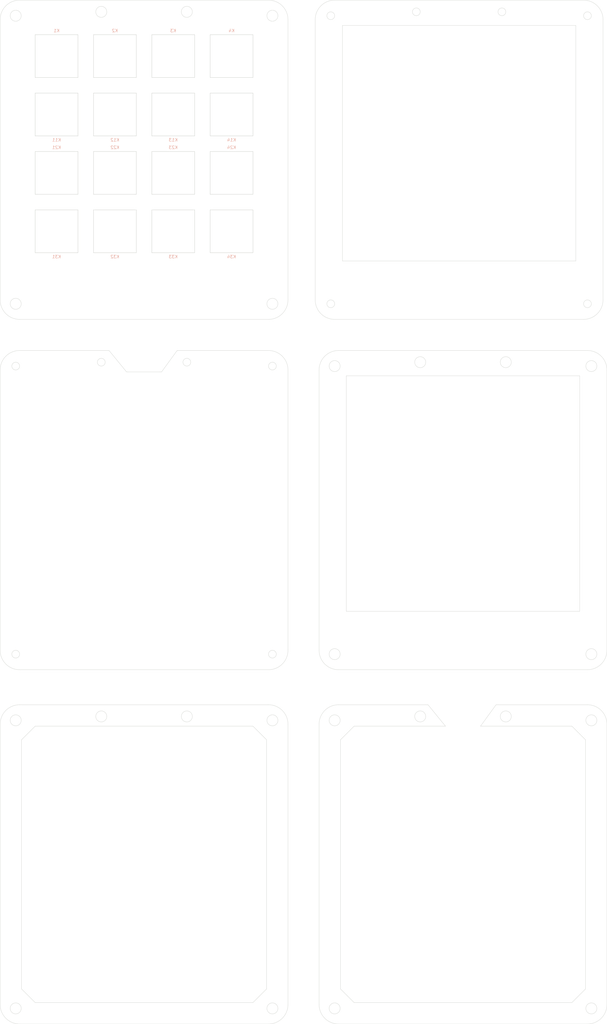
<source format=kicad_pcb>
(kicad_pcb (version 20171130) (host pcbnew "(5.1.2)-2")

  (general
    (thickness 1.6)
    (drawings 116)
    (tracks 0)
    (zones 0)
    (modules 16)
    (nets 1)
  )

  (page A4)
  (layers
    (0 F.Cu signal)
    (31 B.Cu signal)
    (32 B.Adhes user)
    (33 F.Adhes user)
    (34 B.Paste user)
    (35 F.Paste user)
    (36 B.SilkS user)
    (37 F.SilkS user)
    (38 B.Mask user)
    (39 F.Mask user)
    (40 Dwgs.User user)
    (41 Cmts.User user)
    (42 Eco1.User user)
    (43 Eco2.User user)
    (44 Edge.Cuts user)
    (45 Margin user)
    (46 B.CrtYd user)
    (47 F.CrtYd user)
    (48 B.Fab user)
    (49 F.Fab user)
  )

  (setup
    (last_trace_width 0.25)
    (trace_clearance 0.2)
    (zone_clearance 0.508)
    (zone_45_only no)
    (trace_min 0.2)
    (via_size 0.8)
    (via_drill 0.4)
    (via_min_size 0.4)
    (via_min_drill 0.3)
    (uvia_size 0.3)
    (uvia_drill 0.1)
    (uvias_allowed no)
    (uvia_min_size 0.2)
    (uvia_min_drill 0.1)
    (edge_width 0.1)
    (segment_width 0.2)
    (pcb_text_width 0.3)
    (pcb_text_size 1.5 1.5)
    (mod_edge_width 0.15)
    (mod_text_size 1 1)
    (mod_text_width 0.15)
    (pad_size 1.524 1.524)
    (pad_drill 0.762)
    (pad_to_mask_clearance 0)
    (aux_axis_origin 0 0)
    (visible_elements 7FFFFFFF)
    (pcbplotparams
      (layerselection 0x010fc_ffffffff)
      (usegerberextensions false)
      (usegerberattributes false)
      (usegerberadvancedattributes false)
      (creategerberjobfile false)
      (excludeedgelayer true)
      (linewidth 0.100000)
      (plotframeref false)
      (viasonmask false)
      (mode 1)
      (useauxorigin false)
      (hpglpennumber 1)
      (hpglpenspeed 20)
      (hpglpendiameter 15.000000)
      (psnegative false)
      (psa4output false)
      (plotreference true)
      (plotvalue true)
      (plotinvisibletext false)
      (padsonsilk false)
      (subtractmaskfromsilk false)
      (outputformat 1)
      (mirror false)
      (drillshape 0)
      (scaleselection 1)
      (outputdirectory "gerber/"))
  )

  (net 0 "")

  (net_class Default 这是默认网络类。
    (clearance 0.2)
    (trace_width 0.25)
    (via_dia 0.8)
    (via_drill 0.4)
    (uvia_dia 0.3)
    (uvia_drill 0.1)
  )

  (module pcb:SW_Cherry_MX_1.00u_PCB (layer F.Cu) (tedit 5DB3E7C9) (tstamp 5E0F4F18)
    (at 55.245 2.3812)
    (descr "Cherry MX keyswitch, 1.00u, PCB mount, http://cherryamericas.com/wp-content/uploads/2014/12/mx_cat.pdf")
    (tags "Cherry MX keyswitch 1.00u PCB")
    (path /5E10DF41)
    (fp_text reference K11 (at 0 8.3) (layer B.SilkS)
      (effects (font (size 1 1) (thickness 0.15)) (justify mirror))
    )
    (fp_text value KEYSW-redox_rev1-rescue (at 0 -8.7) (layer F.Fab)
      (effects (font (size 1 1) (thickness 0.15)))
    )
    (fp_line (start -6.985 6.985) (end -6.985 -6.985) (layer Edge.Cuts) (width 0.12))
    (fp_line (start 6.985 6.985) (end -6.985 6.985) (layer Edge.Cuts) (width 0.12))
    (fp_line (start 6.985 -6.985) (end 6.985 6.985) (layer Edge.Cuts) (width 0.12))
    (fp_line (start -6.985 -6.985) (end 6.985 -6.985) (layer Edge.Cuts) (width 0.12))
    (fp_line (start -9.525 9.525) (end -9.525 -9.525) (layer Dwgs.User) (width 0.15))
    (fp_line (start 9.525 9.525) (end -9.525 9.525) (layer Dwgs.User) (width 0.15))
    (fp_line (start 9.525 -9.525) (end 9.525 9.525) (layer Dwgs.User) (width 0.15))
    (fp_line (start -9.525 -9.525) (end 9.525 -9.525) (layer Dwgs.User) (width 0.15))
    (fp_text user %R (at 0 -7.874) (layer F.Fab) hide
      (effects (font (size 1 1) (thickness 0.15)))
    )
    (model ${KISYS3DMOD}/Button_Switch_Keyboard.3dshapes/SW_Cherry_MX_1.00u_PCB.wrl
      (at (xyz 0 0 0))
      (scale (xyz 1 1 1))
      (rotate (xyz 0 0 0))
    )
  )

  (module pcb:SW_Cherry_MX_1.00u_PCB (layer F.Cu) (tedit 5DB3E7C9) (tstamp 5E0F4DAF)
    (at 74.295 21.431 180)
    (descr "Cherry MX keyswitch, 1.00u, PCB mount, http://cherryamericas.com/wp-content/uploads/2014/12/mx_cat.pdf")
    (tags "Cherry MX keyswitch 1.00u PCB")
    (path /5E163540)
    (fp_text reference K22 (at 0 8.3) (layer B.SilkS)
      (effects (font (size 1 1) (thickness 0.15)) (justify mirror))
    )
    (fp_text value KEYSW-redox_rev1-rescue (at 0 -8.7) (layer F.Fab)
      (effects (font (size 1 1) (thickness 0.15)))
    )
    (fp_line (start -6.985 6.985) (end -6.985 -6.985) (layer Edge.Cuts) (width 0.12))
    (fp_line (start 6.985 6.985) (end -6.985 6.985) (layer Edge.Cuts) (width 0.12))
    (fp_line (start 6.985 -6.985) (end 6.985 6.985) (layer Edge.Cuts) (width 0.12))
    (fp_line (start -6.985 -6.985) (end 6.985 -6.985) (layer Edge.Cuts) (width 0.12))
    (fp_line (start -9.525 9.525) (end -9.525 -9.525) (layer Dwgs.User) (width 0.15))
    (fp_line (start 9.525 9.525) (end -9.525 9.525) (layer Dwgs.User) (width 0.15))
    (fp_line (start 9.525 -9.525) (end 9.525 9.525) (layer Dwgs.User) (width 0.15))
    (fp_line (start -9.525 -9.525) (end 9.525 -9.525) (layer Dwgs.User) (width 0.15))
    (fp_text user %R (at 0 -7.874) (layer F.Fab) hide
      (effects (font (size 1 1) (thickness 0.15)))
    )
    (model ${KISYS3DMOD}/Button_Switch_Keyboard.3dshapes/SW_Cherry_MX_1.00u_PCB.wrl
      (at (xyz 0 0 0))
      (scale (xyz 1 1 1))
      (rotate (xyz 0 0 0))
    )
  )

  (module pcb:SW_Cherry_MX_1.00u_PCB (layer F.Cu) (tedit 5DB3E7C9) (tstamp 5E0F4E62)
    (at 93.345 -16.6688 180)
    (descr "Cherry MX keyswitch, 1.00u, PCB mount, http://cherryamericas.com/wp-content/uploads/2014/12/mx_cat.pdf")
    (tags "Cherry MX keyswitch 1.00u PCB")
    (path /5E0FDCD2)
    (fp_text reference K3 (at 0 8.3) (layer B.SilkS)
      (effects (font (size 1 1) (thickness 0.15)) (justify mirror))
    )
    (fp_text value KEYSW-redox_rev1-rescue (at 0 -8.7) (layer F.Fab)
      (effects (font (size 1 1) (thickness 0.15)))
    )
    (fp_line (start -6.985 6.985) (end -6.985 -6.985) (layer Edge.Cuts) (width 0.12))
    (fp_line (start 6.985 6.985) (end -6.985 6.985) (layer Edge.Cuts) (width 0.12))
    (fp_line (start 6.985 -6.985) (end 6.985 6.985) (layer Edge.Cuts) (width 0.12))
    (fp_line (start -6.985 -6.985) (end 6.985 -6.985) (layer Edge.Cuts) (width 0.12))
    (fp_line (start -9.525 9.525) (end -9.525 -9.525) (layer Dwgs.User) (width 0.15))
    (fp_line (start 9.525 9.525) (end -9.525 9.525) (layer Dwgs.User) (width 0.15))
    (fp_line (start 9.525 -9.525) (end 9.525 9.525) (layer Dwgs.User) (width 0.15))
    (fp_line (start -9.525 -9.525) (end 9.525 -9.525) (layer Dwgs.User) (width 0.15))
    (fp_text user %R (at 0 -7.874) (layer F.Fab) hide
      (effects (font (size 1 1) (thickness 0.15)))
    )
    (model ${KISYS3DMOD}/Button_Switch_Keyboard.3dshapes/SW_Cherry_MX_1.00u_PCB.wrl
      (at (xyz 0 0 0))
      (scale (xyz 1 1 1))
      (rotate (xyz 0 0 0))
    )
  )

  (module pcb:SW_Cherry_MX_1.00u_PCB (layer F.Cu) (tedit 5DB3E7C9) (tstamp 5E0F4E2E)
    (at 93.345 21.431 180)
    (descr "Cherry MX keyswitch, 1.00u, PCB mount, http://cherryamericas.com/wp-content/uploads/2014/12/mx_cat.pdf")
    (tags "Cherry MX keyswitch 1.00u PCB")
    (path /5E16849A)
    (fp_text reference K23 (at 0 8.3) (layer B.SilkS)
      (effects (font (size 1 1) (thickness 0.15)) (justify mirror))
    )
    (fp_text value KEYSW-redox_rev1-rescue (at 0 -8.7) (layer F.Fab)
      (effects (font (size 1 1) (thickness 0.15)))
    )
    (fp_line (start -6.985 6.985) (end -6.985 -6.985) (layer Edge.Cuts) (width 0.12))
    (fp_line (start 6.985 6.985) (end -6.985 6.985) (layer Edge.Cuts) (width 0.12))
    (fp_line (start 6.985 -6.985) (end 6.985 6.985) (layer Edge.Cuts) (width 0.12))
    (fp_line (start -6.985 -6.985) (end 6.985 -6.985) (layer Edge.Cuts) (width 0.12))
    (fp_line (start -9.525 9.525) (end -9.525 -9.525) (layer Dwgs.User) (width 0.15))
    (fp_line (start 9.525 9.525) (end -9.525 9.525) (layer Dwgs.User) (width 0.15))
    (fp_line (start 9.525 -9.525) (end 9.525 9.525) (layer Dwgs.User) (width 0.15))
    (fp_line (start -9.525 -9.525) (end 9.525 -9.525) (layer Dwgs.User) (width 0.15))
    (fp_text user %R (at 0 -7.874) (layer F.Fab) hide
      (effects (font (size 1 1) (thickness 0.15)))
    )
    (model ${KISYS3DMOD}/Button_Switch_Keyboard.3dshapes/SW_Cherry_MX_1.00u_PCB.wrl
      (at (xyz 0 0 0))
      (scale (xyz 1 1 1))
      (rotate (xyz 0 0 0))
    )
  )

  (module pcb:SW_Cherry_MX_1.00u_PCB (layer F.Cu) (tedit 5DB3E7C9) (tstamp 5E0F4DC9)
    (at 112.395 21.431 180)
    (descr "Cherry MX keyswitch, 1.00u, PCB mount, http://cherryamericas.com/wp-content/uploads/2014/12/mx_cat.pdf")
    (tags "Cherry MX keyswitch 1.00u PCB")
    (path /5E1AED5B)
    (fp_text reference K24 (at 0 8.3) (layer B.SilkS)
      (effects (font (size 1 1) (thickness 0.15)) (justify mirror))
    )
    (fp_text value KEYSW-redox_rev1-rescue (at 0 -8.7) (layer F.Fab)
      (effects (font (size 1 1) (thickness 0.15)))
    )
    (fp_line (start -6.985 6.985) (end -6.985 -6.985) (layer Edge.Cuts) (width 0.12))
    (fp_line (start 6.985 6.985) (end -6.985 6.985) (layer Edge.Cuts) (width 0.12))
    (fp_line (start 6.985 -6.985) (end 6.985 6.985) (layer Edge.Cuts) (width 0.12))
    (fp_line (start -6.985 -6.985) (end 6.985 -6.985) (layer Edge.Cuts) (width 0.12))
    (fp_line (start -9.525 9.525) (end -9.525 -9.525) (layer Dwgs.User) (width 0.15))
    (fp_line (start 9.525 9.525) (end -9.525 9.525) (layer Dwgs.User) (width 0.15))
    (fp_line (start 9.525 -9.525) (end 9.525 9.525) (layer Dwgs.User) (width 0.15))
    (fp_line (start -9.525 -9.525) (end 9.525 -9.525) (layer Dwgs.User) (width 0.15))
    (fp_text user %R (at 0 -7.874) (layer F.Fab) hide
      (effects (font (size 1 1) (thickness 0.15)))
    )
    (model ${KISYS3DMOD}/Button_Switch_Keyboard.3dshapes/SW_Cherry_MX_1.00u_PCB.wrl
      (at (xyz 0 0 0))
      (scale (xyz 1 1 1))
      (rotate (xyz 0 0 0))
    )
  )

  (module pcb:SW_Cherry_MX_1.00u_PCB (layer F.Cu) (tedit 5DB3E7C9) (tstamp 5E0F4DE3)
    (at 55.245 21.431 180)
    (descr "Cherry MX keyswitch, 1.00u, PCB mount, http://cherryamericas.com/wp-content/uploads/2014/12/mx_cat.pdf")
    (tags "Cherry MX keyswitch 1.00u PCB")
    (path /5E10E893)
    (fp_text reference K21 (at 0 8.3) (layer B.SilkS)
      (effects (font (size 1 1) (thickness 0.15)) (justify mirror))
    )
    (fp_text value KEYSW-redox_rev1-rescue (at 0 -8.7) (layer F.Fab)
      (effects (font (size 1 1) (thickness 0.15)))
    )
    (fp_line (start -6.985 6.985) (end -6.985 -6.985) (layer Edge.Cuts) (width 0.12))
    (fp_line (start 6.985 6.985) (end -6.985 6.985) (layer Edge.Cuts) (width 0.12))
    (fp_line (start 6.985 -6.985) (end 6.985 6.985) (layer Edge.Cuts) (width 0.12))
    (fp_line (start -6.985 -6.985) (end 6.985 -6.985) (layer Edge.Cuts) (width 0.12))
    (fp_line (start -9.525 9.525) (end -9.525 -9.525) (layer Dwgs.User) (width 0.15))
    (fp_line (start 9.525 9.525) (end -9.525 9.525) (layer Dwgs.User) (width 0.15))
    (fp_line (start 9.525 -9.525) (end 9.525 9.525) (layer Dwgs.User) (width 0.15))
    (fp_line (start -9.525 -9.525) (end 9.525 -9.525) (layer Dwgs.User) (width 0.15))
    (fp_text user %R (at 0 -7.874) (layer F.Fab) hide
      (effects (font (size 1 1) (thickness 0.15)))
    )
    (model ${KISYS3DMOD}/Button_Switch_Keyboard.3dshapes/SW_Cherry_MX_1.00u_PCB.wrl
      (at (xyz 0 0 0))
      (scale (xyz 1 1 1))
      (rotate (xyz 0 0 0))
    )
  )

  (module pcb:SW_Cherry_MX_1.00u_PCB (layer F.Cu) (tedit 5DB3E7C9) (tstamp 5E0F4DFD)
    (at 74.295 40.481)
    (descr "Cherry MX keyswitch, 1.00u, PCB mount, http://cherryamericas.com/wp-content/uploads/2014/12/mx_cat.pdf")
    (tags "Cherry MX keyswitch 1.00u PCB")
    (path /5E163550)
    (fp_text reference K32 (at 0 8.3) (layer B.SilkS)
      (effects (font (size 1 1) (thickness 0.15)) (justify mirror))
    )
    (fp_text value KEYSW-redox_rev1-rescue (at 0 -8.7) (layer F.Fab)
      (effects (font (size 1 1) (thickness 0.15)))
    )
    (fp_line (start -6.985 6.985) (end -6.985 -6.985) (layer Edge.Cuts) (width 0.12))
    (fp_line (start 6.985 6.985) (end -6.985 6.985) (layer Edge.Cuts) (width 0.12))
    (fp_line (start 6.985 -6.985) (end 6.985 6.985) (layer Edge.Cuts) (width 0.12))
    (fp_line (start -6.985 -6.985) (end 6.985 -6.985) (layer Edge.Cuts) (width 0.12))
    (fp_line (start -9.525 9.525) (end -9.525 -9.525) (layer Dwgs.User) (width 0.15))
    (fp_line (start 9.525 9.525) (end -9.525 9.525) (layer Dwgs.User) (width 0.15))
    (fp_line (start 9.525 -9.525) (end 9.525 9.525) (layer Dwgs.User) (width 0.15))
    (fp_line (start -9.525 -9.525) (end 9.525 -9.525) (layer Dwgs.User) (width 0.15))
    (fp_text user %R (at 0 -7.874) (layer F.Fab) hide
      (effects (font (size 1 1) (thickness 0.15)))
    )
    (model ${KISYS3DMOD}/Button_Switch_Keyboard.3dshapes/SW_Cherry_MX_1.00u_PCB.wrl
      (at (xyz 0 0 0))
      (scale (xyz 1 1 1))
      (rotate (xyz 0 0 0))
    )
  )

  (module pcb:SW_Cherry_MX_1.00u_PCB (layer F.Cu) (tedit 5DB3E7C9) (tstamp 5E0F4E48)
    (at 112.395 -16.6688 180)
    (descr "Cherry MX keyswitch, 1.00u, PCB mount, http://cherryamericas.com/wp-content/uploads/2014/12/mx_cat.pdf")
    (tags "Cherry MX keyswitch 1.00u PCB")
    (path /5E1020E1)
    (fp_text reference K4 (at 0 8.3) (layer B.SilkS)
      (effects (font (size 1 1) (thickness 0.15)) (justify mirror))
    )
    (fp_text value KEYSW-redox_rev1-rescue (at 0 -8.7) (layer F.Fab)
      (effects (font (size 1 1) (thickness 0.15)))
    )
    (fp_line (start -6.985 6.985) (end -6.985 -6.985) (layer Edge.Cuts) (width 0.12))
    (fp_line (start 6.985 6.985) (end -6.985 6.985) (layer Edge.Cuts) (width 0.12))
    (fp_line (start 6.985 -6.985) (end 6.985 6.985) (layer Edge.Cuts) (width 0.12))
    (fp_line (start -6.985 -6.985) (end 6.985 -6.985) (layer Edge.Cuts) (width 0.12))
    (fp_line (start -9.525 9.525) (end -9.525 -9.525) (layer Dwgs.User) (width 0.15))
    (fp_line (start 9.525 9.525) (end -9.525 9.525) (layer Dwgs.User) (width 0.15))
    (fp_line (start 9.525 -9.525) (end 9.525 9.525) (layer Dwgs.User) (width 0.15))
    (fp_line (start -9.525 -9.525) (end 9.525 -9.525) (layer Dwgs.User) (width 0.15))
    (fp_text user %R (at 0 -7.874) (layer F.Fab) hide
      (effects (font (size 1 1) (thickness 0.15)))
    )
    (model ${KISYS3DMOD}/Button_Switch_Keyboard.3dshapes/SW_Cherry_MX_1.00u_PCB.wrl
      (at (xyz 0 0 0))
      (scale (xyz 1 1 1))
      (rotate (xyz 0 0 0))
    )
  )

  (module pcb:SW_Cherry_MX_1.00u_PCB (layer F.Cu) (tedit 5DB3E7C9) (tstamp 5E0F4E7C)
    (at 93.345 40.481)
    (descr "Cherry MX keyswitch, 1.00u, PCB mount, http://cherryamericas.com/wp-content/uploads/2014/12/mx_cat.pdf")
    (tags "Cherry MX keyswitch 1.00u PCB")
    (path /5E1684AA)
    (fp_text reference K33 (at 0 8.3) (layer B.SilkS)
      (effects (font (size 1 1) (thickness 0.15)) (justify mirror))
    )
    (fp_text value KEYSW-redox_rev1-rescue (at 0 -8.7) (layer F.Fab)
      (effects (font (size 1 1) (thickness 0.15)))
    )
    (fp_line (start -6.985 6.985) (end -6.985 -6.985) (layer Edge.Cuts) (width 0.12))
    (fp_line (start 6.985 6.985) (end -6.985 6.985) (layer Edge.Cuts) (width 0.12))
    (fp_line (start 6.985 -6.985) (end 6.985 6.985) (layer Edge.Cuts) (width 0.12))
    (fp_line (start -6.985 -6.985) (end 6.985 -6.985) (layer Edge.Cuts) (width 0.12))
    (fp_line (start -9.525 9.525) (end -9.525 -9.525) (layer Dwgs.User) (width 0.15))
    (fp_line (start 9.525 9.525) (end -9.525 9.525) (layer Dwgs.User) (width 0.15))
    (fp_line (start 9.525 -9.525) (end 9.525 9.525) (layer Dwgs.User) (width 0.15))
    (fp_line (start -9.525 -9.525) (end 9.525 -9.525) (layer Dwgs.User) (width 0.15))
    (fp_text user %R (at 0 -7.874) (layer F.Fab) hide
      (effects (font (size 1 1) (thickness 0.15)))
    )
    (model ${KISYS3DMOD}/Button_Switch_Keyboard.3dshapes/SW_Cherry_MX_1.00u_PCB.wrl
      (at (xyz 0 0 0))
      (scale (xyz 1 1 1))
      (rotate (xyz 0 0 0))
    )
  )

  (module pcb:SW_Cherry_MX_1.00u_PCB (layer F.Cu) (tedit 5DB3E7C9) (tstamp 5E0F4EB0)
    (at 112.395 40.481)
    (descr "Cherry MX keyswitch, 1.00u, PCB mount, http://cherryamericas.com/wp-content/uploads/2014/12/mx_cat.pdf")
    (tags "Cherry MX keyswitch 1.00u PCB")
    (path /5E1AED69)
    (fp_text reference K34 (at 0 8.3) (layer B.SilkS)
      (effects (font (size 1 1) (thickness 0.15)) (justify mirror))
    )
    (fp_text value KEYSW-redox_rev1-rescue (at 0 -8.7) (layer F.Fab)
      (effects (font (size 1 1) (thickness 0.15)))
    )
    (fp_line (start -6.985 6.985) (end -6.985 -6.985) (layer Edge.Cuts) (width 0.12))
    (fp_line (start 6.985 6.985) (end -6.985 6.985) (layer Edge.Cuts) (width 0.12))
    (fp_line (start 6.985 -6.985) (end 6.985 6.985) (layer Edge.Cuts) (width 0.12))
    (fp_line (start -6.985 -6.985) (end 6.985 -6.985) (layer Edge.Cuts) (width 0.12))
    (fp_line (start -9.525 9.525) (end -9.525 -9.525) (layer Dwgs.User) (width 0.15))
    (fp_line (start 9.525 9.525) (end -9.525 9.525) (layer Dwgs.User) (width 0.15))
    (fp_line (start 9.525 -9.525) (end 9.525 9.525) (layer Dwgs.User) (width 0.15))
    (fp_line (start -9.525 -9.525) (end 9.525 -9.525) (layer Dwgs.User) (width 0.15))
    (fp_text user %R (at 0 -7.874) (layer F.Fab) hide
      (effects (font (size 1 1) (thickness 0.15)))
    )
    (model ${KISYS3DMOD}/Button_Switch_Keyboard.3dshapes/SW_Cherry_MX_1.00u_PCB.wrl
      (at (xyz 0 0 0))
      (scale (xyz 1 1 1))
      (rotate (xyz 0 0 0))
    )
  )

  (module pcb:SW_Cherry_MX_1.00u_PCB (layer F.Cu) (tedit 5DB3E7C9) (tstamp 5E0F4F32)
    (at 55.245 -16.6688 180)
    (descr "Cherry MX keyswitch, 1.00u, PCB mount, http://cherryamericas.com/wp-content/uploads/2014/12/mx_cat.pdf")
    (tags "Cherry MX keyswitch 1.00u PCB")
    (path /5E0EE523)
    (fp_text reference K1 (at 0 8.3) (layer B.SilkS)
      (effects (font (size 1 1) (thickness 0.15)) (justify mirror))
    )
    (fp_text value KEYSW-redox_rev1-rescue (at 0 -8.7) (layer F.Fab)
      (effects (font (size 1 1) (thickness 0.15)))
    )
    (fp_line (start -6.985 6.985) (end -6.985 -6.985) (layer Edge.Cuts) (width 0.12))
    (fp_line (start 6.985 6.985) (end -6.985 6.985) (layer Edge.Cuts) (width 0.12))
    (fp_line (start 6.985 -6.985) (end 6.985 6.985) (layer Edge.Cuts) (width 0.12))
    (fp_line (start -6.985 -6.985) (end 6.985 -6.985) (layer Edge.Cuts) (width 0.12))
    (fp_line (start -9.525 9.525) (end -9.525 -9.525) (layer Dwgs.User) (width 0.15))
    (fp_line (start 9.525 9.525) (end -9.525 9.525) (layer Dwgs.User) (width 0.15))
    (fp_line (start 9.525 -9.525) (end 9.525 9.525) (layer Dwgs.User) (width 0.15))
    (fp_line (start -9.525 -9.525) (end 9.525 -9.525) (layer Dwgs.User) (width 0.15))
    (fp_text user %R (at 0 -7.874) (layer F.Fab) hide
      (effects (font (size 1 1) (thickness 0.15)))
    )
    (model ${KISYS3DMOD}/Button_Switch_Keyboard.3dshapes/SW_Cherry_MX_1.00u_PCB.wrl
      (at (xyz 0 0 0))
      (scale (xyz 1 1 1))
      (rotate (xyz 0 0 0))
    )
  )

  (module pcb:SW_Cherry_MX_1.00u_PCB (layer F.Cu) (tedit 5DB3E7C9) (tstamp 5E0F4F63)
    (at 55.245 40.481)
    (descr "Cherry MX keyswitch, 1.00u, PCB mount, http://cherryamericas.com/wp-content/uploads/2014/12/mx_cat.pdf")
    (tags "Cherry MX keyswitch 1.00u PCB")
    (path /5E10F669)
    (fp_text reference K31 (at 0 8.3) (layer B.SilkS)
      (effects (font (size 1 1) (thickness 0.15)) (justify mirror))
    )
    (fp_text value KEYSW-redox_rev1-rescue (at 0 -8.7) (layer F.Fab)
      (effects (font (size 1 1) (thickness 0.15)))
    )
    (fp_line (start -6.985 6.985) (end -6.985 -6.985) (layer Edge.Cuts) (width 0.12))
    (fp_line (start 6.985 6.985) (end -6.985 6.985) (layer Edge.Cuts) (width 0.12))
    (fp_line (start 6.985 -6.985) (end 6.985 6.985) (layer Edge.Cuts) (width 0.12))
    (fp_line (start -6.985 -6.985) (end 6.985 -6.985) (layer Edge.Cuts) (width 0.12))
    (fp_line (start -9.525 9.525) (end -9.525 -9.525) (layer Dwgs.User) (width 0.15))
    (fp_line (start 9.525 9.525) (end -9.525 9.525) (layer Dwgs.User) (width 0.15))
    (fp_line (start 9.525 -9.525) (end 9.525 9.525) (layer Dwgs.User) (width 0.15))
    (fp_line (start -9.525 -9.525) (end 9.525 -9.525) (layer Dwgs.User) (width 0.15))
    (fp_text user %R (at 0 -7.874) (layer F.Fab) hide
      (effects (font (size 1 1) (thickness 0.15)))
    )
    (model ${KISYS3DMOD}/Button_Switch_Keyboard.3dshapes/SW_Cherry_MX_1.00u_PCB.wrl
      (at (xyz 0 0 0))
      (scale (xyz 1 1 1))
      (rotate (xyz 0 0 0))
    )
  )

  (module pcb:SW_Cherry_MX_1.00u_PCB (layer F.Cu) (tedit 5DB3E7C9) (tstamp 5E0F4E96)
    (at 74.295 -16.6688 180)
    (descr "Cherry MX keyswitch, 1.00u, PCB mount, http://cherryamericas.com/wp-content/uploads/2014/12/mx_cat.pdf")
    (tags "Cherry MX keyswitch 1.00u PCB")
    (path /5E0FB206)
    (fp_text reference K2 (at 0 8.3) (layer B.SilkS)
      (effects (font (size 1 1) (thickness 0.15)) (justify mirror))
    )
    (fp_text value KEYSW-redox_rev1-rescue (at 0 -8.7) (layer F.Fab)
      (effects (font (size 1 1) (thickness 0.15)))
    )
    (fp_line (start -6.985 6.985) (end -6.985 -6.985) (layer Edge.Cuts) (width 0.12))
    (fp_line (start 6.985 6.985) (end -6.985 6.985) (layer Edge.Cuts) (width 0.12))
    (fp_line (start 6.985 -6.985) (end 6.985 6.985) (layer Edge.Cuts) (width 0.12))
    (fp_line (start -6.985 -6.985) (end 6.985 -6.985) (layer Edge.Cuts) (width 0.12))
    (fp_line (start -9.525 9.525) (end -9.525 -9.525) (layer Dwgs.User) (width 0.15))
    (fp_line (start 9.525 9.525) (end -9.525 9.525) (layer Dwgs.User) (width 0.15))
    (fp_line (start 9.525 -9.525) (end 9.525 9.525) (layer Dwgs.User) (width 0.15))
    (fp_line (start -9.525 -9.525) (end 9.525 -9.525) (layer Dwgs.User) (width 0.15))
    (fp_text user %R (at 0 -7.874) (layer F.Fab) hide
      (effects (font (size 1 1) (thickness 0.15)))
    )
    (model ${KISYS3DMOD}/Button_Switch_Keyboard.3dshapes/SW_Cherry_MX_1.00u_PCB.wrl
      (at (xyz 0 0 0))
      (scale (xyz 1 1 1))
      (rotate (xyz 0 0 0))
    )
  )

  (module pcb:SW_Cherry_MX_1.00u_PCB (layer F.Cu) (tedit 5DB3E7C9) (tstamp 5E0F4ECA)
    (at 112.395 2.3812)
    (descr "Cherry MX keyswitch, 1.00u, PCB mount, http://cherryamericas.com/wp-content/uploads/2014/12/mx_cat.pdf")
    (tags "Cherry MX keyswitch 1.00u PCB")
    (path /5E1AED4C)
    (fp_text reference K14 (at 0 8.3) (layer B.SilkS)
      (effects (font (size 1 1) (thickness 0.15)) (justify mirror))
    )
    (fp_text value KEYSW-redox_rev1-rescue (at 0 -8.7) (layer F.Fab)
      (effects (font (size 1 1) (thickness 0.15)))
    )
    (fp_line (start -6.985 6.985) (end -6.985 -6.985) (layer Edge.Cuts) (width 0.12))
    (fp_line (start 6.985 6.985) (end -6.985 6.985) (layer Edge.Cuts) (width 0.12))
    (fp_line (start 6.985 -6.985) (end 6.985 6.985) (layer Edge.Cuts) (width 0.12))
    (fp_line (start -6.985 -6.985) (end 6.985 -6.985) (layer Edge.Cuts) (width 0.12))
    (fp_line (start -9.525 9.525) (end -9.525 -9.525) (layer Dwgs.User) (width 0.15))
    (fp_line (start 9.525 9.525) (end -9.525 9.525) (layer Dwgs.User) (width 0.15))
    (fp_line (start 9.525 -9.525) (end 9.525 9.525) (layer Dwgs.User) (width 0.15))
    (fp_line (start -9.525 -9.525) (end 9.525 -9.525) (layer Dwgs.User) (width 0.15))
    (fp_text user %R (at 0 -7.874) (layer F.Fab) hide
      (effects (font (size 1 1) (thickness 0.15)))
    )
    (model ${KISYS3DMOD}/Button_Switch_Keyboard.3dshapes/SW_Cherry_MX_1.00u_PCB.wrl
      (at (xyz 0 0 0))
      (scale (xyz 1 1 1))
      (rotate (xyz 0 0 0))
    )
  )

  (module pcb:SW_Cherry_MX_1.00u_PCB (layer F.Cu) (tedit 5DB3E7C9) (tstamp 5E0F4EE4)
    (at 74.295 2.3812)
    (descr "Cherry MX keyswitch, 1.00u, PCB mount, http://cherryamericas.com/wp-content/uploads/2014/12/mx_cat.pdf")
    (tags "Cherry MX keyswitch 1.00u PCB")
    (path /5E163531)
    (fp_text reference K12 (at 0 8.3) (layer B.SilkS)
      (effects (font (size 1 1) (thickness 0.15)) (justify mirror))
    )
    (fp_text value KEYSW-redox_rev1-rescue (at 0 -8.7) (layer F.Fab)
      (effects (font (size 1 1) (thickness 0.15)))
    )
    (fp_line (start -6.985 6.985) (end -6.985 -6.985) (layer Edge.Cuts) (width 0.12))
    (fp_line (start 6.985 6.985) (end -6.985 6.985) (layer Edge.Cuts) (width 0.12))
    (fp_line (start 6.985 -6.985) (end 6.985 6.985) (layer Edge.Cuts) (width 0.12))
    (fp_line (start -6.985 -6.985) (end 6.985 -6.985) (layer Edge.Cuts) (width 0.12))
    (fp_line (start -9.525 9.525) (end -9.525 -9.525) (layer Dwgs.User) (width 0.15))
    (fp_line (start 9.525 9.525) (end -9.525 9.525) (layer Dwgs.User) (width 0.15))
    (fp_line (start 9.525 -9.525) (end 9.525 9.525) (layer Dwgs.User) (width 0.15))
    (fp_line (start -9.525 -9.525) (end 9.525 -9.525) (layer Dwgs.User) (width 0.15))
    (fp_text user %R (at 0 -7.874) (layer F.Fab) hide
      (effects (font (size 1 1) (thickness 0.15)))
    )
    (model ${KISYS3DMOD}/Button_Switch_Keyboard.3dshapes/SW_Cherry_MX_1.00u_PCB.wrl
      (at (xyz 0 0 0))
      (scale (xyz 1 1 1))
      (rotate (xyz 0 0 0))
    )
  )

  (module pcb:SW_Cherry_MX_1.00u_PCB (layer F.Cu) (tedit 5DB3E7C9) (tstamp 5E0F4EFE)
    (at 93.345 2.3812)
    (descr "Cherry MX keyswitch, 1.00u, PCB mount, http://cherryamericas.com/wp-content/uploads/2014/12/mx_cat.pdf")
    (tags "Cherry MX keyswitch 1.00u PCB")
    (path /5E16848B)
    (fp_text reference K13 (at 0 8.3) (layer B.SilkS)
      (effects (font (size 1 1) (thickness 0.15)) (justify mirror))
    )
    (fp_text value KEYSW-redox_rev1-rescue (at 0 -8.7) (layer F.Fab)
      (effects (font (size 1 1) (thickness 0.15)))
    )
    (fp_line (start -6.985 6.985) (end -6.985 -6.985) (layer Edge.Cuts) (width 0.12))
    (fp_line (start 6.985 6.985) (end -6.985 6.985) (layer Edge.Cuts) (width 0.12))
    (fp_line (start 6.985 -6.985) (end 6.985 6.985) (layer Edge.Cuts) (width 0.12))
    (fp_line (start -6.985 -6.985) (end 6.985 -6.985) (layer Edge.Cuts) (width 0.12))
    (fp_line (start -9.525 9.525) (end -9.525 -9.525) (layer Dwgs.User) (width 0.15))
    (fp_line (start 9.525 9.525) (end -9.525 9.525) (layer Dwgs.User) (width 0.15))
    (fp_line (start 9.525 -9.525) (end 9.525 9.525) (layer Dwgs.User) (width 0.15))
    (fp_line (start -9.525 -9.525) (end 9.525 -9.525) (layer Dwgs.User) (width 0.15))
    (fp_text user %R (at 0 -7.874) (layer F.Fab) hide
      (effects (font (size 1 1) (thickness 0.15)))
    )
    (model ${KISYS3DMOD}/Button_Switch_Keyboard.3dshapes/SW_Cherry_MX_1.00u_PCB.wrl
      (at (xyz 0 0 0))
      (scale (xyz 1 1 1))
      (rotate (xyz 0 0 0))
    )
  )

  (gr_line (start 148.59 50.165) (end 224.79 50.165) (layer Edge.Cuts) (width 0.1) (tstamp 5E0F9972))
  (gr_line (start 224.79 -26.67) (end 148.59 -26.67) (layer Edge.Cuts) (width 0.1) (tstamp 5E0F9971))
  (gr_line (start 148.59 -26.67) (end 148.59 50.165) (layer Edge.Cuts) (width 0.1) (tstamp 5E0F9970))
  (gr_line (start 224.79 50.165) (end 224.79 -26.67) (layer Edge.Cuts) (width 0.1) (tstamp 5E0F996F))
  (gr_circle (center 144.78 64.135) (end 146.05 64.135) (layer Edge.Cuts) (width 0.1) (tstamp 5E0F996D))
  (gr_line (start 146.05 69.215) (end 227.33 69.215) (layer Edge.Cuts) (width 0.1) (tstamp 5E0F996B))
  (gr_line (start 233.68 62.865) (end 233.68 -28.575) (layer Edge.Cuts) (width 0.1) (tstamp 5E0F996A))
  (gr_circle (center 172.72 -31.115) (end 173.99 -31.115) (layer Edge.Cuts) (width 0.1) (tstamp 5E0F9969))
  (gr_arc (start 146.05 -28.575) (end 146.05 -34.925) (angle -90) (layer Edge.Cuts) (width 0.1) (tstamp 5E0F9968))
  (gr_circle (center 228.6 -29.845) (end 229.87 -29.845) (layer Edge.Cuts) (width 0.1) (tstamp 5E0F9966))
  (gr_circle (center 200.66 -31.115) (end 201.93 -31.115) (layer Edge.Cuts) (width 0.1) (tstamp 5E0F9965))
  (gr_circle (center 228.6 64.135) (end 229.87 64.135) (layer Edge.Cuts) (width 0.1) (tstamp 5E0F9964))
  (gr_line (start 227.33 -34.925) (end 146.05 -34.925) (layer Edge.Cuts) (width 0.1) (tstamp 5E0F9962))
  (gr_arc (start 227.33 62.865) (end 227.33 69.215) (angle -90) (layer Edge.Cuts) (width 0.1) (tstamp 5E0F9961))
  (gr_arc (start 146.05 62.865) (end 139.7 62.865) (angle -90) (layer Edge.Cuts) (width 0.1) (tstamp 5E0F995F))
  (gr_line (start 139.7 -28.575) (end 139.7 62.865) (layer Edge.Cuts) (width 0.1) (tstamp 5E0F995E))
  (gr_arc (start 227.33 -28.575) (end 233.68 -28.575) (angle -90) (layer Edge.Cuts) (width 0.1) (tstamp 5E0F995D))
  (gr_circle (center 144.78 -29.845) (end 146.05 -29.845) (layer Edge.Cuts) (width 0.1) (tstamp 5E0F995B))
  (gr_line (start 226.06 164.465) (end 226.06 87.63) (layer Edge.Cuts) (width 0.1) (tstamp 5E0F935E))
  (gr_line (start 149.86 164.465) (end 226.06 164.465) (layer Edge.Cuts) (width 0.1))
  (gr_line (start 149.86 87.63) (end 149.86 164.465) (layer Edge.Cuts) (width 0.1))
  (gr_line (start 226.06 87.63) (end 149.86 87.63) (layer Edge.Cuts) (width 0.1))
  (gr_line (start 147.32 183.515) (end 228.6 183.515) (layer Edge.Cuts) (width 0.1) (tstamp 5E0F8524))
  (gr_circle (center 229.87 178.435) (end 231.14 179.705) (layer Edge.Cuts) (width 0.1) (tstamp 5E0F8523))
  (gr_line (start 228.6 79.375) (end 147.32 79.375) (layer Edge.Cuts) (width 0.1) (tstamp 5E0F8522))
  (gr_line (start 234.95 177.165) (end 234.95 85.725) (layer Edge.Cuts) (width 0.1) (tstamp 5E0F8520))
  (gr_circle (center 146.05 178.435) (end 147.32 179.705) (layer Edge.Cuts) (width 0.1) (tstamp 5E0F851E))
  (gr_arc (start 228.6 85.725) (end 234.95 85.725) (angle -90) (layer Edge.Cuts) (width 0.1) (tstamp 5E0F851D))
  (gr_arc (start 147.32 177.165) (end 140.97 177.165) (angle -90) (layer Edge.Cuts) (width 0.1) (tstamp 5E0F851C))
  (gr_arc (start 228.6 177.165) (end 228.6 183.515) (angle -90) (layer Edge.Cuts) (width 0.1) (tstamp 5E0F851A))
  (gr_circle (center 229.87 84.455) (end 231.14 85.725) (layer Edge.Cuts) (width 0.1) (tstamp 5E0F8519))
  (gr_circle (center 201.93 83.185) (end 203.2 84.455) (layer Edge.Cuts) (width 0.1) (tstamp 5E0F8517))
  (gr_circle (center 173.99 83.185) (end 175.26 84.455) (layer Edge.Cuts) (width 0.1) (tstamp 5E0F8516))
  (gr_line (start 140.97 85.725) (end 140.97 177.165) (layer Edge.Cuts) (width 0.1) (tstamp 5E0F8515))
  (gr_circle (center 146.05 84.455) (end 147.32 85.725) (layer Edge.Cuts) (width 0.1) (tstamp 5E0F8513))
  (gr_arc (start 147.32 85.725) (end 147.32 79.375) (angle -90) (layer Edge.Cuts) (width 0.1) (tstamp 5E0F8511))
  (gr_line (start 78.105 86.36) (end 89.535 86.36) (layer Edge.Cuts) (width 0.1) (tstamp 5E0F84EB))
  (gr_line (start 94.615 79.375) (end 124.46 79.375) (layer Edge.Cuts) (width 0.1) (tstamp 5E0F84EA))
  (gr_line (start 89.535 86.36) (end 94.615 79.375) (layer Edge.Cuts) (width 0.1) (tstamp 5E0F84E4))
  (gr_line (start 78.105 86.36) (end 72.39 79.375) (layer Edge.Cuts) (width 0.1) (tstamp 5E0F84E3))
  (gr_line (start 198.755 194.945) (end 228.6 194.945) (layer Edge.Cuts) (width 0.1) (tstamp 5E0F84D8))
  (gr_line (start 193.675 201.93) (end 223.52 201.93) (layer Edge.Cuts) (width 0.1) (tstamp 5E0F84D7))
  (gr_line (start 193.675 201.93) (end 198.755 194.945) (layer Edge.Cuts) (width 0.1))
  (gr_line (start 182.245 201.93) (end 176.53 194.945) (layer Edge.Cuts) (width 0.1))
  (gr_line (start 227.965 206.375) (end 227.965 287.655) (layer Edge.Cuts) (width 0.1) (tstamp 5E0F8475))
  (gr_line (start 152.4 292.1) (end 147.955 287.655) (layer Edge.Cuts) (width 0.1) (tstamp 5E0F8474))
  (gr_line (start 152.4 201.93) (end 182.245 201.93) (layer Edge.Cuts) (width 0.1) (tstamp 5E0F8473))
  (gr_line (start 147.32 299.085) (end 228.6 299.085) (layer Edge.Cuts) (width 0.1) (tstamp 5E0F8472))
  (gr_arc (start 147.32 292.735) (end 140.97 292.735) (angle -90) (layer Edge.Cuts) (width 0.1) (tstamp 5E0F8471))
  (gr_arc (start 147.32 201.295) (end 147.32 194.945) (angle -90) (layer Edge.Cuts) (width 0.1) (tstamp 5E0F8470))
  (gr_circle (center 229.87 200.025) (end 231.14 201.295) (layer Edge.Cuts) (width 0.1) (tstamp 5E0F846F))
  (gr_circle (center 146.05 294.005) (end 147.32 295.275) (layer Edge.Cuts) (width 0.1) (tstamp 5E0F846E))
  (gr_line (start 227.965 287.655) (end 223.52 292.1) (layer Edge.Cuts) (width 0.1) (tstamp 5E0F846D))
  (gr_arc (start 228.6 292.735) (end 228.6 299.085) (angle -90) (layer Edge.Cuts) (width 0.1) (tstamp 5E0F846C))
  (gr_line (start 223.52 292.1) (end 152.4 292.1) (layer Edge.Cuts) (width 0.1) (tstamp 5E0F846B))
  (gr_line (start 147.955 287.655) (end 147.955 206.375) (layer Edge.Cuts) (width 0.1) (tstamp 5E0F846A))
  (gr_line (start 234.95 292.735) (end 234.95 201.295) (layer Edge.Cuts) (width 0.1) (tstamp 5E0F8469))
  (gr_arc (start 228.6 201.295) (end 234.95 201.295) (angle -90) (layer Edge.Cuts) (width 0.1) (tstamp 5E0F8468))
  (gr_circle (center 229.87 294.005) (end 231.14 295.275) (layer Edge.Cuts) (width 0.1) (tstamp 5E0F8467))
  (gr_line (start 176.53 194.945) (end 147.32 194.945) (layer Edge.Cuts) (width 0.1) (tstamp 5E0F8466))
  (gr_circle (center 173.99 198.755) (end 175.26 200.025) (layer Edge.Cuts) (width 0.1) (tstamp 5E0F8465))
  (gr_line (start 147.955 206.375) (end 152.4 201.93) (layer Edge.Cuts) (width 0.1) (tstamp 5E0F8464))
  (gr_circle (center 146.05 200.025) (end 147.32 201.295) (layer Edge.Cuts) (width 0.1) (tstamp 5E0F8463))
  (gr_circle (center 201.93 198.755) (end 203.2 200.025) (layer Edge.Cuts) (width 0.1) (tstamp 5E0F8462))
  (gr_line (start 223.52 201.93) (end 227.965 206.375) (layer Edge.Cuts) (width 0.1) (tstamp 5E0F8461))
  (gr_line (start 140.97 201.295) (end 140.97 292.735) (layer Edge.Cuts) (width 0.1) (tstamp 5E0F8460))
  (gr_circle (center 41.91 200.025) (end 43.18 201.295) (layer Edge.Cuts) (width 0.1) (tstamp 5E0F83D5))
  (gr_line (start 48.26 292.1) (end 43.815 287.655) (layer Edge.Cuts) (width 0.1) (tstamp 5E0F83D4))
  (gr_line (start 119.38 201.93) (end 123.825 206.375) (layer Edge.Cuts) (width 0.1) (tstamp 5E0F83D3))
  (gr_line (start 130.81 292.735) (end 130.81 201.295) (layer Edge.Cuts) (width 0.1) (tstamp 5E0F83D1))
  (gr_line (start 43.815 206.375) (end 48.26 201.93) (layer Edge.Cuts) (width 0.1) (tstamp 5E0F83D0))
  (gr_arc (start 43.18 292.735) (end 36.83 292.735) (angle -90) (layer Edge.Cuts) (width 0.1) (tstamp 5E0F83CF))
  (gr_line (start 43.18 299.085) (end 124.46 299.085) (layer Edge.Cuts) (width 0.1) (tstamp 5E0F83CE))
  (gr_arc (start 43.18 201.295) (end 43.18 194.945) (angle -90) (layer Edge.Cuts) (width 0.1) (tstamp 5E0F83CD))
  (gr_line (start 36.83 201.295) (end 36.83 292.735) (layer Edge.Cuts) (width 0.1) (tstamp 5E0F83CC))
  (gr_arc (start 124.46 292.735) (end 124.46 299.085) (angle -90) (layer Edge.Cuts) (width 0.1) (tstamp 5E0F83CA))
  (gr_line (start 124.46 194.945) (end 43.18 194.945) (layer Edge.Cuts) (width 0.1) (tstamp 5E0F83C8))
  (gr_circle (center 125.73 200.025) (end 127 201.295) (layer Edge.Cuts) (width 0.1) (tstamp 5E0F83C7))
  (gr_arc (start 124.46 201.295) (end 130.81 201.295) (angle -90) (layer Edge.Cuts) (width 0.1) (tstamp 5E0F83C5))
  (gr_circle (center 97.79 198.755) (end 99.06 200.025) (layer Edge.Cuts) (width 0.1) (tstamp 5E0F83C3))
  (gr_circle (center 69.85 198.755) (end 71.12 200.025) (layer Edge.Cuts) (width 0.1) (tstamp 5E0F83C2))
  (gr_line (start 123.825 287.655) (end 119.38 292.1) (layer Edge.Cuts) (width 0.1) (tstamp 5E0F83BF))
  (gr_line (start 48.26 201.93) (end 119.38 201.93) (layer Edge.Cuts) (width 0.1) (tstamp 5E0F83BD))
  (gr_line (start 123.825 206.375) (end 123.825 287.655) (layer Edge.Cuts) (width 0.1) (tstamp 5E0F83BC))
  (gr_circle (center 41.91 294.005) (end 43.18 295.275) (layer Edge.Cuts) (width 0.1) (tstamp 5E0F83B8))
  (gr_line (start 119.38 292.1) (end 48.26 292.1) (layer Edge.Cuts) (width 0.1) (tstamp 5E0F83B6))
  (gr_line (start 43.815 287.655) (end 43.815 206.375) (layer Edge.Cuts) (width 0.1) (tstamp 5E0F83B5))
  (gr_circle (center 125.73 294.005) (end 127 295.275) (layer Edge.Cuts) (width 0.1) (tstamp 5E0F83B2))
  (gr_line (start 43.18 183.515) (end 124.46 183.515) (layer Edge.Cuts) (width 0.1) (tstamp 5E0F62CA))
  (gr_line (start 72.39 79.375) (end 43.18 79.375) (layer Edge.Cuts) (width 0.1) (tstamp 5E0F62C8))
  (gr_circle (center 125.73 178.435) (end 127 178.435) (layer Edge.Cuts) (width 0.1) (tstamp 5E0F62C7))
  (gr_line (start 130.81 177.165) (end 130.81 85.725) (layer Edge.Cuts) (width 0.1) (tstamp 5E0F62C6))
  (gr_circle (center 97.79 83.185) (end 99.06 83.185) (layer Edge.Cuts) (width 0.1) (tstamp 5E0F62C5))
  (gr_arc (start 124.46 85.725) (end 130.81 85.725) (angle -90) (layer Edge.Cuts) (width 0.1) (tstamp 5E0F62C3))
  (gr_arc (start 43.18 177.165) (end 36.83 177.165) (angle -90) (layer Edge.Cuts) (width 0.1) (tstamp 5E0F62C2))
  (gr_arc (start 124.46 177.165) (end 124.46 183.515) (angle -90) (layer Edge.Cuts) (width 0.1) (tstamp 5E0F62C0))
  (gr_circle (center 125.73 84.455) (end 127 84.455) (layer Edge.Cuts) (width 0.1) (tstamp 5E0F62BE))
  (gr_line (start 36.83 85.725) (end 36.83 177.165) (layer Edge.Cuts) (width 0.1) (tstamp 5E0F62BB))
  (gr_circle (center 69.85 83.185) (end 71.12 83.185) (layer Edge.Cuts) (width 0.1) (tstamp 5E0F62BA))
  (gr_circle (center 41.91 178.435) (end 43.18 178.435) (layer Edge.Cuts) (width 0.1) (tstamp 5E0F62B8))
  (gr_arc (start 43.18 85.725) (end 43.18 79.375) (angle -90) (layer Edge.Cuts) (width 0.1) (tstamp 5E0F62B7))
  (gr_circle (center 41.91 84.455) (end 43.18 84.455) (layer Edge.Cuts) (width 0.1) (tstamp 5E0F62B6))
  (gr_circle (center 97.79 -31.115) (end 99.06 -29.845) (layer Edge.Cuts) (width 0.1) (tstamp 5E0F62A3))
  (gr_circle (center 69.85 -31.115) (end 71.12 -29.845) (layer Edge.Cuts) (width 0.1) (tstamp 5E0F62A3))
  (gr_circle (center 125.73 -29.845) (end 127 -28.575) (layer Edge.Cuts) (width 0.1) (tstamp 5E0F62A3))
  (gr_circle (center 41.91 -29.845) (end 43.18 -28.575) (layer Edge.Cuts) (width 0.1) (tstamp 5E0F62A3))
  (gr_circle (center 125.73 64.135) (end 127 65.405) (layer Edge.Cuts) (width 0.1) (tstamp 5E0F62A3))
  (gr_circle (center 41.91 64.135) (end 43.18 65.405) (layer Edge.Cuts) (width 0.1))
  (gr_arc (start 124.46 62.865) (end 124.46 69.215) (angle -90) (layer Edge.Cuts) (width 0.1))
  (gr_arc (start 124.46 -28.575) (end 130.81 -28.575) (angle -90) (layer Edge.Cuts) (width 0.1))
  (gr_arc (start 43.18 -28.575) (end 43.18 -34.925) (angle -90) (layer Edge.Cuts) (width 0.1))
  (gr_arc (start 43.18 62.865) (end 36.83 62.865) (angle -90) (layer Edge.Cuts) (width 0.1))
  (gr_line (start 124.46 -34.925) (end 43.18 -34.925) (layer Edge.Cuts) (width 0.1))
  (gr_line (start 130.81 62.865) (end 130.81 -28.575) (layer Edge.Cuts) (width 0.1))
  (gr_line (start 43.18 69.215) (end 124.46 69.215) (layer Edge.Cuts) (width 0.1))
  (gr_line (start 36.83 -28.575) (end 36.83 62.865) (layer Edge.Cuts) (width 0.1))

)

</source>
